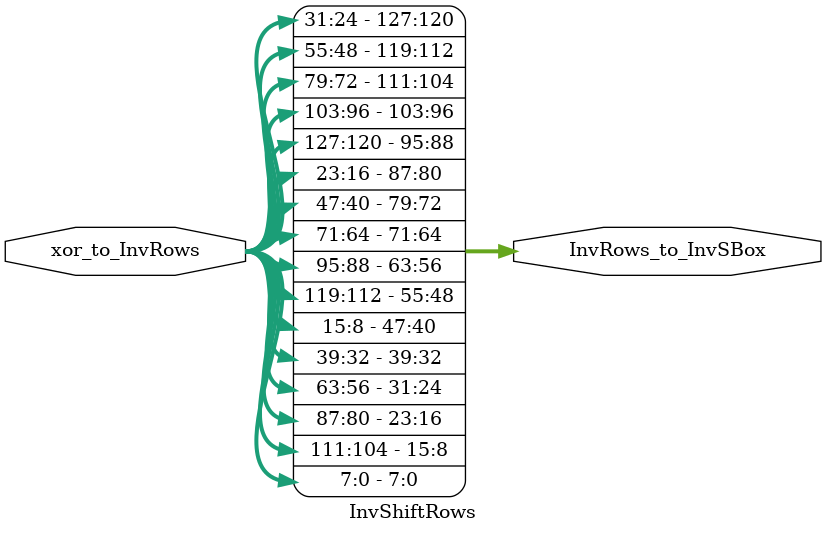
<source format=v>
module InvShiftRows(xor_to_InvRows, InvRows_to_InvSBox);

input[127:0] xor_to_InvRows;
output[127:0] InvRows_to_InvSBox;

// move rows according to algorithm
assign InvRows_to_InvSBox[127:96] = {xor_to_InvRows[31:24], xor_to_InvRows[55:48], xor_to_InvRows[79:72], xor_to_InvRows[103:96]};
assign InvRows_to_InvSBox[95:64] = {xor_to_InvRows[127:120], xor_to_InvRows[23:16], xor_to_InvRows[47:40], xor_to_InvRows[71:64]};
assign InvRows_to_InvSBox[63:32] = {xor_to_InvRows[95:88], xor_to_InvRows[119:112], xor_to_InvRows[15:8], xor_to_InvRows[39:32]};
assign InvRows_to_InvSBox[31:0] = {xor_to_InvRows[63:56], xor_to_InvRows[87:80], xor_to_InvRows[111:104], xor_to_InvRows[7:0]};

endmodule

</source>
